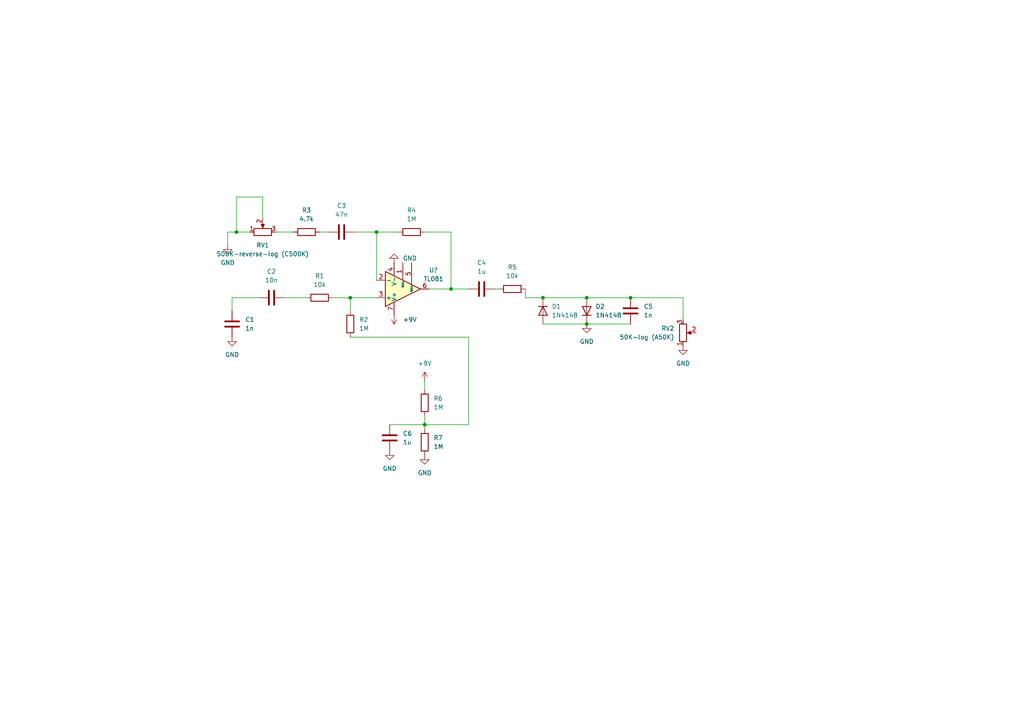
<source format=kicad_sch>
(kicad_sch (version 20211123) (generator eeschema)
  (paper "A4")
  (lib_symbols
    (symbol "Amplifier_Operational:TL081" (pin_names (offset 0.127))
      (property "Reference" "U" (at 0 6.35 0))
      (property "Value" "TL081" (at 0 3.81 0))
      (symbol "TL081_0_1"
        (polyline (pts (xy -5.08 5.08) (xy 5.08 0) (xy -5.08 -5.08) (xy -5.08 5.08)) (stroke (width 0.254)) (fill (type background)))
      )
      (symbol "TL081_1_1"
        (pin input line (at 0 -7.62 90) (length 5.08) (name "NULL") (number "1"))
        (pin input line (at -7.62 -2.54 0) (length 2.54) (name "-") (number "2"))
        (pin input line (at -7.62 2.54 0) (length 2.54) (name "+") (number "3"))
        (pin power_in line (at -2.54 -7.62 90) (length 3.81) (name "V-") (number "4"))
        (pin input line (at 2.54 -7.62 90) (length 6.35) (name "NULL") (number "5"))
        (pin output line (at 7.62 0 180) (length 2.54) (name "~") (number "6"))
        (pin power_in line (at -2.54 7.62 270) (length 3.81) (name "V+") (number "7"))
        (pin no_connect line (at 0 2.54 270) (length 2.54) hide (name "NC") (number "8"))
      )
    )
    (symbol "Device:C" (pin_numbers hide) (pin_names (offset 0.254))
      (property "Reference" "C" (at 0.635 2.54 0))
      (property "Value" "C" (at 0.635 -2.54 0))
      (symbol "C_0_1"
        (polyline (pts (xy -2.032 -0.762) (xy 2.032 -0.762)) (stroke (width 0.508)))
        (polyline (pts (xy -2.032 0.762) (xy 2.032 0.762)) (stroke (width 0.508)))
      )
      (symbol "C_1_1"
        (pin passive line (at 0 3.81 270) (length 2.794) (name "~") (number "1"))
        (pin passive line (at 0 -3.81 90) (length 2.794) (name "~") (number "2"))
      )
    )
    (symbol "Device:R" (pin_numbers hide) (pin_names (offset 0))
      (property "Reference" "R" (at 2.032 0 90))
      (property "Value" "R" (at 0 0 90))
      (symbol "R_0_1"
        (rectangle (start -1.016 -2.54) (end 1.016 2.54) (stroke (width 0.254)))
      )
      (symbol "R_1_1"
        (pin passive line (at 0 3.81 270) (length 1.27) (name "~") (number "1"))
        (pin passive line (at 0 -3.81 90) (length 1.27) (name "~") (number "2"))
      )
    )
    (symbol "Device:R_Potentiometer" (pin_names (offset 1.016) hide)
      (property "Reference" "RV" (at -4.445 0 90))
      (property "Value" "R_Potentiometer" (at -2.54 0 90))
      (symbol "R_Potentiometer_0_1"
        (polyline (pts (xy 2.54 0) (xy 1.524 0)))
        (polyline (pts (xy 1.143 0) (xy 2.286 0.508) (xy 2.286 -0.508) (xy 1.143 0)) (fill (type outline)))
        (rectangle (start 1.016 2.54) (end -1.016 -2.54) (stroke (width 0.254)))
      )
      (symbol "R_Potentiometer_1_1"
        (pin passive line (at 0 3.81 270) (length 1.27) (name "1") (number "1"))
        (pin passive line (at 3.81 0 180) (length 1.27) (name "2") (number "2"))
        (pin passive line (at 0 -3.81 90) (length 1.27) (name "3") (number "3"))
      )
    )
    (symbol "Diode:1N4148" (pin_numbers hide) (pin_names hide)
      (property "Reference" "D" (at 0 2.54 0))
      (property "Value" "1N4148" (at 0 -2.54 0))
      (symbol "1N4148_0_1"
        (polyline (pts (xy -1.27 1.27) (xy -1.27 -1.27)) (stroke (width 0.254)))
        (polyline (pts (xy 1.27 0) (xy -1.27 0)))
        (polyline (pts (xy 1.27 1.27) (xy 1.27 -1.27) (xy -1.27 0) (xy 1.27 1.27)) (stroke (width 0.254)))
      )
      (symbol "1N4148_1_1"
        (pin passive line (at -3.81 0 0) (length 2.54) (name "K") (number "1"))
        (pin passive line (at 3.81 0 180) (length 2.54) (name "A") (number "2"))
      )
    )
    (symbol "power:+9V" (power) (pin_names (offset 0))
      (property "Value" "+9V" (at 0 3.556 0))
      (symbol "+9V_0_1"
        (polyline (pts (xy -0.762 1.27) (xy 0 2.54)))
        (polyline (pts (xy 0 0) (xy 0 2.54)))
        (polyline (pts (xy 0 2.54) (xy 0.762 1.27)))
      )
      (symbol "+9V_1_1"
        (pin power_in line (at 0 0 90) (length 0) hide (name "+9V") (number "1"))
      )
    )
    (symbol "power:GND" (power) (pin_names (offset 0))
      (property "Value" "GND" (at 0 -3.81 0))
      (symbol "GND_0_1"
        (polyline (pts (xy 0 0) (xy 0 -1.27) (xy 1.27 -1.27) (xy 0 -2.54) (xy -1.27 -1.27) (xy 0 -1.27)))
      )
      (symbol "GND_1_1"
        (pin power_in line (at 0 0 270) (length 0) hide (name "GND") (number "1"))
      )
    )
  )
  (junction (at 101.6 86.36))
  (junction (at 130.81 83.82))
  (junction (at 109.22 67.31))
  (junction (at 182.88 86.36))
  (junction (at 68.58 67.31))
  (junction (at 157.48 86.36))
  (junction (at 170.18 93.98))
  (junction (at 123.19 123.19))
  (junction (at 170.18 86.36))
  (wire (pts (xy 130.81 83.82) (xy 135.89 83.82)))
  (wire (pts (xy 96.52 86.36) (xy 101.6 86.36)))
  (wire (pts (xy 68.58 67.31) (xy 68.58 57.15)))
  (wire (pts (xy 101.6 86.36) (xy 109.22 86.36)))
  (wire (pts (xy 67.31 86.36) (xy 67.31 90.17)))
  (wire (pts (xy 68.58 57.15) (xy 76.2 57.15)))
  (wire (pts (xy 109.22 67.31) (xy 115.57 67.31)))
  (wire (pts (xy 66.04 67.31) (xy 66.04 71.12)))
  (wire (pts (xy 123.19 110.49) (xy 123.19 113.03)))
  (wire (pts (xy 124.46 83.82) (xy 130.81 83.82)))
  (wire (pts (xy 135.89 97.79) (xy 101.6 97.79)))
  (wire (pts (xy 157.48 86.36) (xy 170.18 86.36)))
  (wire (pts (xy 170.18 86.36) (xy 182.88 86.36)))
  (wire (pts (xy 170.18 93.98) (xy 182.88 93.98)))
  (wire (pts (xy 152.4 86.36) (xy 157.48 86.36)))
  (wire (pts (xy 113.03 123.19) (xy 123.19 123.19)))
  (wire (pts (xy 76.2 57.15) (xy 76.2 63.5)))
  (wire (pts (xy 135.89 123.19) (xy 135.89 97.79)))
  (wire (pts (xy 82.55 86.36) (xy 88.9 86.36)))
  (wire (pts (xy 80.01 67.31) (xy 85.09 67.31)))
  (wire (pts (xy 130.81 67.31) (xy 130.81 83.82)))
  (wire (pts (xy 143.51 83.82) (xy 144.78 83.82)))
  (wire (pts (xy 92.71 67.31) (xy 95.25 67.31)))
  (wire (pts (xy 198.12 86.36) (xy 198.12 92.71)))
  (wire (pts (xy 72.39 67.31) (xy 68.58 67.31)))
  (wire (pts (xy 123.19 123.19) (xy 135.89 123.19)))
  (wire (pts (xy 102.87 67.31) (xy 109.22 67.31)))
  (wire (pts (xy 123.19 120.65) (xy 123.19 123.19)))
  (wire (pts (xy 157.48 93.98) (xy 170.18 93.98)))
  (wire (pts (xy 152.4 83.82) (xy 152.4 86.36)))
  (wire (pts (xy 123.19 67.31) (xy 130.81 67.31)))
  (wire (pts (xy 101.6 86.36) (xy 101.6 90.17)))
  (wire (pts (xy 74.93 86.36) (xy 67.31 86.36)))
  (wire (pts (xy 123.19 123.19) (xy 123.19 124.46)))
  (wire (pts (xy 109.22 81.28) (xy 109.22 67.31)))
  (wire (pts (xy 182.88 86.36) (xy 198.12 86.36)))
  (wire (pts (xy 68.58 67.31) (xy 66.04 67.31)))
  (symbol (lib_id "Diode:1N4148") (at 170.18 90.17 90) (unit 1)
    (property "Reference" "D2" (at 172.72 88.8999 90) (effects (justify right)))
    (property "Value" "1N4148" (at 172.72 91.4399 90) (effects (justify right)))
    (property "Footprint" "Diode_THT:D_DO-35_SOD27_P7.62mm_Horizontal" (effects hide))
    (property "Datasheet" "https://assets.nexperia.com/documents/data-sheet/1N4148_1N4448.pdf" (effects hide))
  )
  (symbol (lib_id "power:GND") (at 66.04 71.12 0) (unit 1)
    (property "Reference" "#PWR?" (effects hide))
    (property "Value" "GND" (at 66.04 76.2 0))
  )
  (symbol (lib_id "Device:C") (at 78.74 86.36 90) (unit 1)
    (property "Reference" "C2" (at 78.74 78.74 90))
    (property "Value" "10n" (at 78.74 81.28 90))
  )
  (symbol (lib_id "Device:R_Potentiometer") (at 76.2 67.31 90) (unit 1)
    (property "Reference" "RV1" (at 76.2 71.12 90))
    (property "Value" "500K-reverse-log (C500K)" (at 76.2 73.66 90))
  )
  (symbol (lib_id "Device:C") (at 67.31 93.98 0) (unit 1)
    (property "Reference" "C1" (at 71.12 92.7099 0) (effects (justify left)))
    (property "Value" "1n" (at 71.12 95.2499 0) (effects (justify left)))
  )
  (symbol (lib_id "power:GND") (at 198.12 100.33 0) (unit 1)
    (property "Reference" "#PWR?" (effects hide))
    (property "Value" "GND" (at 198.12 105.41 0))
  )
  (symbol (lib_id "Device:C") (at 182.88 90.17 0) (unit 1)
    (property "Reference" "C5" (at 186.69 88.8999 0) (effects (justify left)))
    (property "Value" "1n" (at 186.69 91.4399 0) (effects (justify left)))
  )
  (symbol (lib_id "power:+9V") (at 123.19 110.49 0) (unit 1)
    (property "Reference" "#PWR?" (effects hide))
    (property "Value" "+9V" (at 123.19 105.41 0))
  )
  (symbol (lib_id "Device:C") (at 139.7 83.82 90) (unit 1)
    (property "Reference" "C4" (at 139.7 76.2 90))
    (property "Value" "1u" (at 139.7 78.74 90))
  )
  (symbol (lib_id "Device:C") (at 99.06 67.31 90) (unit 1)
    (property "Reference" "C3" (at 99.06 59.69 90))
    (property "Value" "47n" (at 99.06 62.23 90))
  )
  (symbol (lib_id "Device:R") (at 148.59 83.82 90) (unit 1)
    (property "Reference" "R5" (at 148.59 77.47 90))
    (property "Value" "10k" (at 148.59 80.01 90))
  )
  (symbol (lib_id "Device:R") (at 119.38 67.31 90) (unit 1)
    (property "Reference" "R4" (at 119.38 60.96 90))
    (property "Value" "1M" (at 119.38 63.5 90))
  )
  (symbol (lib_id "Device:R") (at 92.71 86.36 90) (unit 1)
    (property "Reference" "R1" (at 92.71 80.01 90))
    (property "Value" "10k" (at 92.71 82.55 90))
  )
  (symbol (lib_id "power:GND") (at 67.31 97.79 0) (unit 1)
    (property "Reference" "#PWR?" (effects hide))
    (property "Value" "GND" (at 67.31 102.87 0))
  )
  (symbol (lib_id "power:GND") (at 170.18 93.98 0) (unit 1)
    (property "Reference" "#PWR?" (effects hide))
    (property "Value" "GND" (at 170.18 99.06 0))
  )
  (symbol (lib_id "Device:R") (at 101.6 93.98 0) (unit 1)
    (property "Reference" "R2" (at 104.14 92.7099 0) (effects (justify left)))
    (property "Value" "1M" (at 104.14 95.2499 0) (effects (justify left)))
  )
  (symbol (lib_id "power:GND") (at 113.03 130.81 0) (unit 1)
    (property "Reference" "#PWR?" (effects hide))
    (property "Value" "GND" (at 113.03 135.89 0))
  )
  (symbol (lib_id "Diode:1N4148") (at 157.48 90.17 270) (unit 1)
    (property "Reference" "D1" (at 160.02 88.8999 90) (effects (justify left)))
    (property "Value" "1N4148" (at 160.02 91.4399 90) (effects (justify left)))
    (property "Footprint" "Diode_THT:D_DO-35_SOD27_P7.62mm_Horizontal" (effects hide))
    (property "Datasheet" "https://assets.nexperia.com/documents/data-sheet/1N4148_1N4448.pdf" (effects hide))
  )
  (symbol (lib_id "Device:R") (at 88.9 67.31 90) (unit 1)
    (property "Reference" "R3" (at 88.9 60.96 90))
    (property "Value" "4.7k" (at 88.9 63.5 90))
  )
  (symbol (lib_id "power:GND") (at 114.3 76.2 180) (unit 1)
    (property "Reference" "#PWR?" (effects hide))
    (property "Value" "GND" (at 116.84 74.9299 0) (effects (justify right)))
  )
  (symbol (lib_id "Device:R") (at 123.19 128.27 0) (unit 1)
    (property "Reference" "R7" (at 125.73 126.9999 0) (effects (justify left)))
    (property "Value" "1M" (at 125.73 129.5399 0) (effects (justify left)))
  )
  (symbol (lib_id "power:+9V") (at 114.3 91.44 180) (unit 1)
    (property "Reference" "#PWR?" (effects hide))
    (property "Value" "+9V" (at 116.84 92.7099 0) (effects (justify right)))
  )
  (symbol (lib_id "Amplifier_Operational:TL081") (at 116.84 83.82 0) (mirror x) (unit 1)
    (property "Reference" "U?" (at 125.73 78.3588 0))
    (property "Value" "TL081" (at 125.73 80.8988 0))
    (property "Datasheet" "http://www.ti.com/lit/ds/symlink/tl081.pdf" (effects hide))
  )
  (symbol (lib_id "Device:R_Potentiometer") (at 198.12 96.52 0) (mirror x) (unit 1)
    (property "Reference" "RV2" (at 195.58 95.2499 0) (effects (justify right)))
    (property "Value" "50K-log (A50K)" (at 195.58 97.7899 0) (effects (justify right)))
  )
  (symbol (lib_id "power:GND") (at 123.19 132.08 0) (unit 1)
    (property "Reference" "#PWR?" (effects hide))
    (property "Value" "GND" (at 123.19 137.16 0))
  )
  (symbol (lib_id "Device:R") (at 123.19 116.84 0) (unit 1)
    (property "Reference" "R6" (at 125.73 115.5699 0) (effects (justify left)))
    (property "Value" "1M" (at 125.73 118.1099 0) (effects (justify left)))
  )
  (symbol (lib_id "Device:C") (at 113.03 127 0) (unit 1)
    (property "Reference" "C6" (at 116.84 125.7299 0) (effects (justify left)))
    (property "Value" "1u" (at 116.84 128.2699 0) (effects (justify left)))
  )
)
</source>
